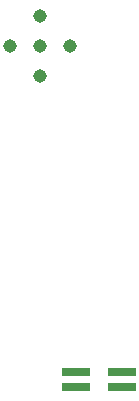
<source format=gbr>
%TF.GenerationSoftware,KiCad,Pcbnew,7.0.8-7.0.8~ubuntu22.04.1*%
%TF.CreationDate,2023-10-23T12:44:05-04:00*%
%TF.ProjectId,test2,74657374-322e-46b6-9963-61645f706362,rev?*%
%TF.SameCoordinates,Original*%
%TF.FileFunction,Soldermask,Top*%
%TF.FilePolarity,Negative*%
%FSLAX46Y46*%
G04 Gerber Fmt 4.6, Leading zero omitted, Abs format (unit mm)*
G04 Created by KiCad (PCBNEW 7.0.8-7.0.8~ubuntu22.04.1) date 2023-10-23 12:44:05*
%MOMM*%
%LPD*%
G01*
G04 APERTURE LIST*
%ADD10R,2.400000X0.740000*%
%ADD11C,1.143000*%
G04 APERTURE END LIST*
D10*
%TO.C,J1*%
X28050000Y-52615000D03*
X31950000Y-52615000D03*
X28050000Y-53885000D03*
X31950000Y-53885000D03*
%TD*%
D11*
%TO.C,U1*%
X25000000Y-22460000D03*
X22460000Y-25000000D03*
X25000000Y-27540000D03*
X27540000Y-25000000D03*
X25000000Y-25000000D03*
%TD*%
M02*

</source>
